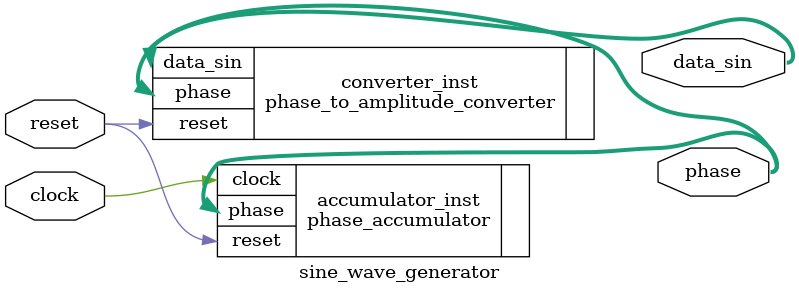
<source format=v>
`timescale 1ns / 1ps

module sine_wave_generator( 
    input clock,               // clock @ 1 MHz
    input reset,               // reset signal
    output [9:0] phase,        // phase value (10 bits)
    output [9:0] data_sin      // output sine wave values
);    
    
    // Phase Accumulator instance
    phase_accumulator accumulator_inst (
        .clock(clock), 
        .reset(reset), 
        .phase(phase)
    );
    
    // Phase to Amplitude Converter instance
    phase_to_amplitude_converter converter_inst (
        .reset(reset), 
        .phase(phase), 
        .data_sin(data_sin)
    );
    
endmodule

</source>
